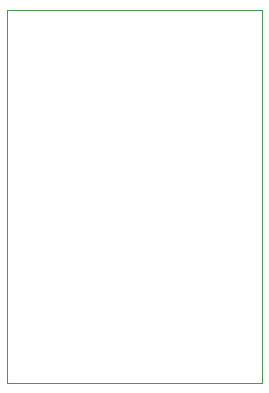
<source format=gm1>
%TF.GenerationSoftware,KiCad,Pcbnew,(5.99.0-6613-ge739d5ba65)*%
%TF.CreationDate,2020-10-27T11:12:13+02:00*%
%TF.ProjectId,campanero-lima,63616d70-616e-4657-926f-2d6c696d612e,rev?*%
%TF.SameCoordinates,Original*%
%TF.FileFunction,Profile,NP*%
%FSLAX46Y46*%
G04 Gerber Fmt 4.6, Leading zero omitted, Abs format (unit mm)*
G04 Created by KiCad (PCBNEW (5.99.0-6613-ge739d5ba65)) date 2020-10-27 11:12:13*
%MOMM*%
%LPD*%
G01*
G04 APERTURE LIST*
%TA.AperFunction,Profile*%
%ADD10C,0.100000*%
%TD*%
G04 APERTURE END LIST*
D10*
X108585000Y-84455000D02*
X130175000Y-84455000D01*
X130175000Y-84455000D02*
X130175000Y-116078000D01*
X130175000Y-116078000D02*
X108585000Y-116078000D01*
X108585000Y-116078000D02*
X108585000Y-84455000D01*
M02*

</source>
